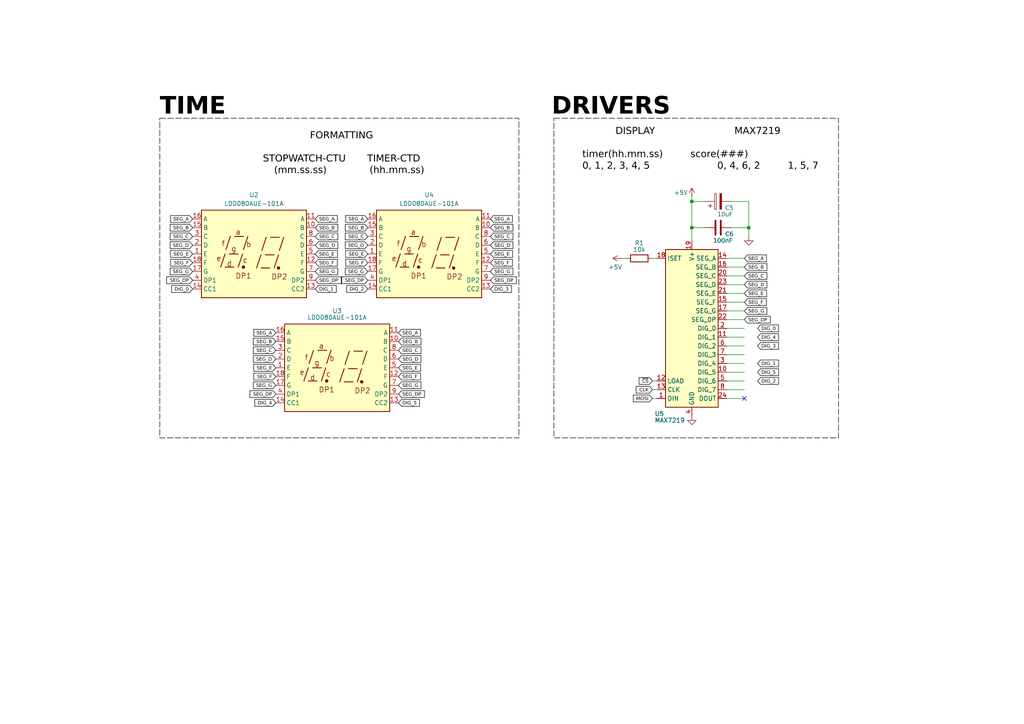
<source format=kicad_sch>
(kicad_sch (version 20231120) (generator "eeschema") (generator_version "8.0")
  (paper "A4")
  (title_block (title "SchrackStopwatch") (date "2024-08-14") (rev "v.1.0.0") (company "SPS NA PROSEKU") (comment 1 "SAVVA POPOV"))
  (lib_symbols
    (symbol "Device:C" (pin_numbers hide) (pin_names (offset 0.254))
      (property "Reference" "C" (at 0.635 2.54 0))
      (property "Value" "C" (at 0.635 -2.54 0))
      (symbol "C_0_1"
        (polyline (pts (xy -2.032 -0.762) (xy 2.032 -0.762)) (stroke (width 0.508)))
        (polyline (pts (xy -2.032 0.762) (xy 2.032 0.762)) (stroke (width 0.508)))
      )
      (symbol "C_1_1"
        (pin passive line (at 0 3.81 270) (length 2.794) (name "~") (number "1"))
        (pin passive line (at 0 -3.81 90) (length 2.794) (name "~") (number "2"))
      )
    )
    (symbol "Device:C_Polarized" (pin_numbers hide) (pin_names (offset 0.254))
      (property "Reference" "C" (at 0.635 2.54 0))
      (property "Value" "C_Polarized" (at 0.635 -2.54 0))
      (symbol "C_Polarized_0_1"
        (rectangle (start -2.286 0.508) (end 2.286 1.016))
        (polyline (pts (xy -1.778 2.286) (xy -0.762 2.286)))
        (polyline (pts (xy -1.27 2.794) (xy -1.27 1.778)))
        (rectangle (start 2.286 -0.508) (end -2.286 -1.016) (fill (type outline)))
      )
      (symbol "C_Polarized_1_1"
        (pin passive line (at 0 3.81 270) (length 2.794) (name "~") (number "1"))
        (pin passive line (at 0 -3.81 90) (length 2.794) (name "~") (number "2"))
      )
    )
    (symbol "Device:R" (pin_numbers hide) (pin_names (offset 0))
      (property "Reference" "R" (at 2.032 0 90))
      (property "Value" "R" (at 0 0 90))
      (symbol "R_0_1"
        (rectangle (start -1.016 -2.54) (end 1.016 2.54) (stroke (width 0.254)))
      )
      (symbol "R_1_1"
        (pin passive line (at 0 3.81 270) (length 1.27) (name "~") (number "1"))
        (pin passive line (at 0 -3.81 90) (length 1.27) (name "~") (number "2"))
      )
    )
    (symbol "Driver_LED:MAX7219"
      (property "Reference" "U" (at -6.35 24.13 0))
      (property "Value" "MAX7219" (at 1.27 25.4 0))
      (symbol "MAX7219_0_1"
        (rectangle (start -7.62 22.86) (end 7.62 -22.86) (stroke (width 0.254)) (fill (type background)))
      )
      (symbol "MAX7219_1_1"
        (pin input line (at -10.16 -20.32 0) (length 2.54) (name "DIN") (number "1"))
        (pin output line (at 10.16 -12.7 180) (length 2.54) (name "DIG_5") (number "10"))
        (pin output line (at 10.16 -2.54 180) (length 2.54) (name "DIG_1") (number "11"))
        (pin input line (at -10.16 -15.24 0) (length 2.54) (name "LOAD") (number "12"))
        (pin input line (at -10.16 -17.78 0) (length 2.54) (name "CLK") (number "13"))
        (pin output line (at 10.16 20.32 180) (length 2.54) (name "SEG_A") (number "14"))
        (pin output line (at 10.16 7.62 180) (length 2.54) (name "SEG_F") (number "15"))
        (pin output line (at 10.16 17.78 180) (length 2.54) (name "SEG_B") (number "16"))
        (pin output line (at 10.16 5.08 180) (length 2.54) (name "SEG_G") (number "17"))
        (pin input line (at -10.16 20.32 0) (length 2.54) (name "ISET") (number "18"))
        (pin power_in line (at 0 25.4 270) (length 2.54) (name "V+") (number "19"))
        (pin output line (at 10.16 0 180) (length 2.54) (name "DIG_0") (number "2"))
        (pin output line (at 10.16 15.24 180) (length 2.54) (name "SEG_C") (number "20"))
        (pin output line (at 10.16 10.16 180) (length 2.54) (name "SEG_E") (number "21"))
        (pin output line (at 10.16 2.54 180) (length 2.54) (name "SEG_DP") (number "22"))
        (pin output line (at 10.16 12.7 180) (length 2.54) (name "SEG_D") (number "23"))
        (pin output line (at 10.16 -20.32 180) (length 2.54) (name "DOUT") (number "24"))
        (pin output line (at 10.16 -10.16 180) (length 2.54) (name "DIG_4") (number "3"))
        (pin power_in line (at 0 -25.4 90) (length 2.54) (name "GND") (number "4"))
        (pin output line (at 10.16 -15.24 180) (length 2.54) (name "DIG_6") (number "5"))
        (pin output line (at 10.16 -5.08 180) (length 2.54) (name "DIG_2") (number "6"))
        (pin output line (at 10.16 -7.62 180) (length 2.54) (name "DIG_3") (number "7"))
        (pin output line (at 10.16 -17.78 180) (length 2.54) (name "DIG_7") (number "8"))
        (pin passive line (at 0 -25.4 90) (length 2.54) hide (name "GND") (number "9"))
      )
    )
    (symbol "GND_1" (power) (pin_numbers hide) (pin_names (offset 0) hide)
      (property "Value" "GND" (at 0 -3.81 0))
      (symbol "GND_1_0_1"
        (polyline (pts (xy 0 0) (xy 0 -1.27) (xy 1.27 -1.27) (xy 0 -2.54) (xy -1.27 -1.27) (xy 0 -1.27)))
      )
      (symbol "GND_1_1_1"
        (pin power_in line (at 0 0 270) (length 0) (name "~") (number "1"))
      )
    )
    (symbol "SchrackThingy_library:LDD080AUE-101A"
      (property "Reference" "U" (at -13.97 13.97 0))
      (property "Value" "LDD080AUE-101A" (at 1.27 13.716 0))
      (symbol "LDD080AUE-101A_0_0"
        (rectangle (start -15.24 12.7) (end 15.24 -12.7) (stroke (width 0.254)) (fill (type background)))
        (polyline (pts (xy -9.652 -3.81) (xy -8.382 0)) (stroke (width 0.254)))
        (polyline (pts (xy -8.382 -3.81) (xy -5.842 -3.81)) (stroke (width 0.254)))
        (polyline (pts (xy -8.128 1.27) (xy -6.858 5.08)) (stroke (width 0.254)))
        (polyline (pts (xy -7.112 0) (xy -4.572 0)) (stroke (width 0.254)))
        (polyline (pts (xy -5.588 5.08) (xy -3.048 5.08)) (stroke (width 0.254)))
        (polyline (pts (xy -4.572 -3.81) (xy -3.302 0)) (stroke (width 0.254)))
        (polyline (pts (xy -3.048 1.27) (xy -1.778 5.08)) (stroke (width 0.254)))
        (polyline (pts (xy 0.762 -4.064) (xy 2.032 -0.254)) (stroke (width 0.254)))
        (polyline (pts (xy 2.032 -4.064) (xy 4.572 -4.064)) (stroke (width 0.254)))
        (polyline (pts (xy 2.286 1.016) (xy 3.556 4.826)) (stroke (width 0.254)))
        (polyline (pts (xy 3.302 -0.254) (xy 5.842 -0.254)) (stroke (width 0.254)))
        (polyline (pts (xy 4.826 4.826) (xy 7.366 4.826)) (stroke (width 0.254)))
        (polyline (pts (xy 5.842 -4.064) (xy 7.112 -0.254)) (stroke (width 0.254)))
        (polyline (pts (xy 7.366 1.016) (xy 8.636 4.826)) (stroke (width 0.254)))
        (text "a" (at -4.572 6.35 0) (effects (font (size 1.524 1.524))))
        (text "b" (at -1.524 2.794 0) (effects (font (size 1.524 1.524))))
        (text "c" (at -2.54 -1.778 0) (effects (font (size 1.524 1.524))))
        (text "d" (at -7.112 -2.794 0) (effects (font (size 1.524 1.524))))
        (text "DP1" (at -3.048 -6.35 0) (effects (font (size 1.524 1.524))))
        (text "DP2" (at 7.366 -6.604 0) (effects (font (size 1.524 1.524))))
        (text "e" (at -10.16 -1.27 0) (effects (font (size 1.524 1.524))))
        (text "f" (at -8.89 3.048 0) (effects (font (size 1.524 1.524))))
        (text "g" (at -5.842 1.524 0) (effects (font (size 1.524 1.524))))
      )
      (symbol "LDD080AUE-101A_0_1"
        (circle (center -3.048 -3.81) (radius 0.3556) (stroke (width 0.254)) (fill (type outline)))
        (circle (center 7.112 -4.064) (radius 0.3556) (stroke (width 0.254)) (fill (type outline)))
      )
      (symbol "LDD080AUE-101A_1_1"
        (pin input line (at -17.78 0 0) (length 2.54) (name "E") (number "1"))
        (pin input line (at 17.78 7.62 180) (length 2.54) (name "B") (number "10"))
        (pin input line (at 17.78 10.16 180) (length 2.54) (name "A") (number "11"))
        (pin input line (at 17.78 -2.54 180) (length 2.54) (name "F") (number "12"))
        (pin input line (at 17.78 -10.16 180) (length 2.54) (name "CC2") (number "13"))
        (pin input line (at -17.78 -10.16 0) (length 2.54) (name "CC1") (number "14"))
        (pin input line (at -17.78 7.62 0) (length 2.54) (name "B") (number "15"))
        (pin input line (at -17.78 10.16 0) (length 2.54) (name "A") (number "16"))
        (pin input line (at -17.78 -5.08 0) (length 2.54) (name "G") (number "17"))
        (pin input line (at -17.78 -2.54 0) (length 2.54) (name "F") (number "18"))
        (pin input line (at -17.78 2.54 0) (length 2.54) (name "D") (number "2"))
        (pin input line (at -17.78 5.08 0) (length 2.54) (name "C") (number "3"))
        (pin input line (at -17.78 -7.62 0) (length 2.54) (name "DP1") (number "4"))
        (pin input line (at 17.78 0 180) (length 2.54) (name "E") (number "5"))
        (pin input line (at 17.78 2.54 180) (length 2.54) (name "D") (number "6"))
        (pin input line (at 17.78 -5.08 180) (length 2.54) (name "G") (number "7"))
        (pin input line (at 17.78 5.08 180) (length 2.54) (name "C") (number "8"))
        (pin input line (at 17.78 -7.62 180) (length 2.54) (name "DP2") (number "9"))
      )
    )
    (symbol "power:+5V" (power) (pin_numbers hide) (pin_names (offset 0) hide)
      (property "Value" "+5V" (at 0 3.556 0))
      (symbol "+5V_0_1"
        (polyline (pts (xy -0.762 1.27) (xy 0 2.54)))
        (polyline (pts (xy 0 0) (xy 0 2.54)))
        (polyline (pts (xy 0 2.54) (xy 0.762 1.27)))
      )
      (symbol "+5V_1_1"
        (pin power_in line (at 0 0 90) (length 0) (name "~") (number "1"))
      )
    )
    (symbol "power:GND" (power) (pin_names (offset 0))
      (property "Value" "GND" (at 0 -3.81 0))
      (symbol "GND_0_1"
        (polyline (pts (xy 0 0) (xy 0 -1.27) (xy 1.27 -1.27) (xy 0 -2.54) (xy -1.27 -1.27) (xy 0 -1.27)))
      )
      (symbol "GND_1_1"
        (pin power_in line (at 0 0 270) (length 0) hide (name "GND") (number "1"))
      )
    )
  )
  (junction (at 217.17 66.04))
  (junction (at 200.66 58.42))
  (junction (at 200.66 66.04))
  (no_connect (at 215.9 115.57))
  (wire (pts (xy 189.23 110.49) (xy 190.5 110.49)))
  (wire (pts (xy 212.09 66.04) (xy 217.17 66.04)))
  (wire (pts (xy 210.82 113.03) (xy 215.9 113.03)))
  (wire (pts (xy 189.23 115.57) (xy 190.5 115.57)))
  (wire (pts (xy 200.66 66.04) (xy 200.66 69.85)))
  (wire (pts (xy 215.9 97.79) (xy 210.82 97.79)))
  (wire (pts (xy 215.9 95.25) (xy 210.82 95.25)))
  (wire (pts (xy 215.9 105.41) (xy 210.82 105.41)))
  (wire (pts (xy 200.66 57.15) (xy 200.66 58.42)))
  (wire (pts (xy 204.47 66.04) (xy 200.66 66.04)))
  (wire (pts (xy 215.9 74.93) (xy 210.82 74.93)))
  (wire (pts (xy 215.9 110.49) (xy 210.82 110.49)))
  (wire (pts (xy 200.66 58.42) (xy 204.47 58.42)))
  (wire (pts (xy 200.66 58.42) (xy 200.66 66.04)))
  (wire (pts (xy 189.23 74.93) (xy 190.5 74.93)))
  (wire (pts (xy 215.9 82.55) (xy 210.82 82.55)))
  (wire (pts (xy 210.82 115.57) (xy 215.9 115.57)))
  (wire (pts (xy 215.9 80.01) (xy 210.82 80.01)))
  (wire (pts (xy 215.9 107.95) (xy 210.82 107.95)))
  (wire (pts (xy 180.34 74.93) (xy 181.61 74.93)))
  (wire (pts (xy 210.82 92.71) (xy 215.9 92.71)))
  (wire (pts (xy 215.9 90.17) (xy 210.82 90.17)))
  (wire (pts (xy 215.9 100.33) (xy 210.82 100.33)))
  (wire (pts (xy 215.9 77.47) (xy 210.82 77.47)))
  (wire (pts (xy 217.17 66.04) (xy 217.17 68.58)))
  (wire (pts (xy 217.17 58.42) (xy 217.17 66.04)))
  (wire (pts (xy 215.9 102.87) (xy 210.82 102.87)))
  (wire (pts (xy 215.9 85.09) (xy 210.82 85.09)))
  (wire (pts (xy 212.09 58.42) (xy 217.17 58.42)))
  (wire (pts (xy 215.9 87.63) (xy 210.82 87.63)))
  (wire (pts (xy 189.23 113.03) (xy 190.5 113.03)))
  (rectangle (start 160.655 34.29) (end 243.205 127) (stroke (width 0) (type dash) (color 0 0 0 1)))
  (rectangle (start 46.355 34.29) (end 150.495 127) (stroke (width 0) (type dash) (color 0 0 0 1)))
  (text "		DISPLAY            			 MAX7219\n\ntimer(hh.mm.ss)         score(###)\n0, 1, 2, 3, 4, 5                      0, 4, 6, 2         1, 5, 7" (at 168.91 43.815 0) (effects (font (size 2 2)) (justify left)))
  (text "DRIVERS" (at 160.02 32.385 0) (effects (font (size 5 5) (thickness 1.2) (bold yes)) (justify left)))
  (text "TIME" (at 46.355 32.385 0) (effects (font (size 5 5) (thickness 1.2) (bold yes)) (justify left)))
  (text "FORMATTING\n\nSTOPWATCH-CTU       TIMER-CTD\n     (mm.ss.ss)              (hh.mm.ss)" (at 99.06 45.085 0) (effects (font (size 2 2))))
  (global_label "SEG_E" (shape input) (at 55.88 73.66 180) (effects (font (size 1 1))) (property "Intersheetrefs" "${INTERSHEET_REFS}" (effects (hide yes))))
  (global_label "SEG_B" (shape input) (at 142.24 66.04 0) (effects (font (size 1 1))) (property "Intersheetrefs" "${INTERSHEET_REFS}" (effects (hide yes))))
  (global_label "SEG_D" (shape input) (at 55.88 71.12 180) (effects (font (size 1 1))) (property "Intersheetrefs" "${INTERSHEET_REFS}" (effects (hide yes))))
  (global_label "SEG_E" (shape input) (at 215.9 85.09 0) (effects (font (size 1 1))) (property "Intersheetrefs" "${INTERSHEET_REFS}" (effects (hide yes))))
  (global_label "SEG_C" (shape input) (at 80.01 101.6 180) (effects (font (size 1 1))) (property "Intersheetrefs" "${INTERSHEET_REFS}" (effects (hide yes))))
  (global_label "SEG_D" (shape input) (at 115.57 104.14 0) (effects (font (size 1 1))) (property "Intersheetrefs" "${INTERSHEET_REFS}" (effects (hide yes))))
  (global_label "SEG_B" (shape input) (at 115.57 99.06 0) (effects (font (size 1 1))) (property "Intersheetrefs" "${INTERSHEET_REFS}" (effects (hide yes))))
  (global_label "SEG_E" (shape input) (at 80.01 106.68 180) (effects (font (size 1 1))) (property "Intersheetrefs" "${INTERSHEET_REFS}" (effects (hide yes))))
  (global_label "SEG_C" (shape input) (at 215.9 80.01 0) (effects (font (size 1 1))) (property "Intersheetrefs" "${INTERSHEET_REFS}" (effects (hide yes))))
  (global_label "SEG_E" (shape input) (at 91.44 73.66 0) (effects (font (size 1 1))) (property "Intersheetrefs" "${INTERSHEET_REFS}" (effects (hide yes))))
  (global_label "SEG_G" (shape input) (at 91.44 78.74 0) (effects (font (size 1 1))) (property "Intersheetrefs" "${INTERSHEET_REFS}" (effects (hide yes))))
  (global_label "SEG_G" (shape input) (at 80.01 111.76 180) (effects (font (size 1 1))) (property "Intersheetrefs" "${INTERSHEET_REFS}" (effects (hide yes))))
  (global_label "MOSI" (shape input) (at 189.23 115.57 180) (effects (font (size 1 1))) (property "Intersheetrefs" "${INTERSHEET_REFS}" (effects (hide yes))))
  (global_label "DIG_4" (shape input) (at 219.71 97.79 0) (effects (font (size 1 1))) (property "Intersheetrefs" "${INTERSHEET_REFS}" (effects (hide yes))))
  (global_label "SEG_G" (shape input) (at 106.68 78.74 180) (effects (font (size 1 1))) (property "Intersheetrefs" "${INTERSHEET_REFS}" (effects (hide yes))))
  (global_label "SEG_C" (shape input) (at 115.57 101.6 0) (effects (font (size 1 1))) (property "Intersheetrefs" "${INTERSHEET_REFS}" (effects (hide yes))))
  (global_label "SEG_F" (shape input) (at 142.24 76.2 0) (effects (font (size 1 1))) (property "Intersheetrefs" "${INTERSHEET_REFS}" (effects (hide yes))))
  (global_label "SEG_DP" (shape input) (at 80.01 114.3 180) (effects (font (size 1 1))) (property "Intersheetrefs" "${INTERSHEET_REFS}" (effects (hide yes))))
  (global_label "SEG_DP" (shape input) (at 215.9 92.71 0) (effects (font (size 1 1))) (property "Intersheetrefs" "${INTERSHEET_REFS}" (effects (hide yes))))
  (global_label "SEG_A" (shape input) (at 106.68 63.5 180) (effects (font (size 1 1))) (property "Intersheetrefs" "${INTERSHEET_REFS}" (effects (hide yes))))
  (global_label "SEG_E" (shape input) (at 142.24 73.66 0) (effects (font (size 1 1))) (property "Intersheetrefs" "${INTERSHEET_REFS}" (effects (hide yes))))
  (global_label "~{CS}" (shape input) (at 189.23 110.49 180) (effects (font (size 1 1))) (property "Intersheetrefs" "${INTERSHEET_REFS}" (effects (hide yes))))
  (global_label "SEG_C" (shape input) (at 106.68 68.58 180) (effects (font (size 1 1))) (property "Intersheetrefs" "${INTERSHEET_REFS}" (effects (hide yes))))
  (global_label "SEG_B" (shape input) (at 91.44 66.04 0) (effects (font (size 1 1))) (property "Intersheetrefs" "${INTERSHEET_REFS}" (effects (hide yes))))
  (global_label "SEG_DP" (shape input) (at 106.68 81.28 180) (effects (font (size 1 1))) (property "Intersheetrefs" "${INTERSHEET_REFS}" (effects (hide yes))))
  (global_label "SEG_C" (shape input) (at 142.24 68.58 0) (effects (font (size 1 1))) (property "Intersheetrefs" "${INTERSHEET_REFS}" (effects (hide yes))))
  (global_label "SEG_DP" (shape input) (at 55.88 81.28 180) (effects (font (size 1 1))) (property "Intersheetrefs" "${INTERSHEET_REFS}" (effects (hide yes))))
  (global_label "SEG_G" (shape input) (at 215.9 90.17 0) (effects (font (size 1 1))) (property "Intersheetrefs" "${INTERSHEET_REFS}" (effects (hide yes))))
  (global_label "DIG_1" (shape input) (at 91.44 83.82 0) (effects (font (size 1 1))) (property "Intersheetrefs" "${INTERSHEET_REFS}" (effects (hide yes))))
  (global_label "CLK" (shape input) (at 189.23 113.03 180) (effects (font (size 1 1))) (property "Intersheetrefs" "${INTERSHEET_REFS}" (effects (hide yes))))
  (global_label "DIG_2" (shape input) (at 219.71 110.49 0) (effects (font (size 1 1))) (property "Intersheetrefs" "${INTERSHEET_REFS}" (effects (hide yes))))
  (global_label "SEG_C" (shape input) (at 91.44 68.58 0) (effects (font (size 1 1))) (property "Intersheetrefs" "${INTERSHEET_REFS}" (effects (hide yes))))
  (global_label "DIG_3" (shape input) (at 142.24 83.82 0) (effects (font (size 1 1))) (property "Intersheetrefs" "${INTERSHEET_REFS}" (effects (hide yes))))
  (global_label "DIG_0" (shape input) (at 55.88 83.82 180) (effects (font (size 1 1))) (property "Intersheetrefs" "${INTERSHEET_REFS}" (effects (hide yes))))
  (global_label "SEG_E" (shape input) (at 106.68 73.66 180) (effects (font (size 1 1))) (property "Intersheetrefs" "${INTERSHEET_REFS}" (effects (hide yes))))
  (global_label "SEG_B" (shape input) (at 215.9 77.47 0) (effects (font (size 1 1))) (property "Intersheetrefs" "${INTERSHEET_REFS}" (effects (hide yes))))
  (global_label "SEG_B" (shape input) (at 106.68 66.04 180) (effects (font (size 1 1))) (property "Intersheetrefs" "${INTERSHEET_REFS}" (effects (hide yes))))
  (global_label "SEG_A" (shape input) (at 215.9 74.93 0) (effects (font (size 1 1))) (property "Intersheetrefs" "${INTERSHEET_REFS}" (effects (hide yes))))
  (global_label "DIG_5" (shape input) (at 219.71 107.95 0) (effects (font (size 1 1))) (property "Intersheetrefs" "${INTERSHEET_REFS}" (effects (hide yes))))
  (global_label "SEG_F" (shape input) (at 215.9 87.63 0) (effects (font (size 1 1))) (property "Intersheetrefs" "${INTERSHEET_REFS}" (effects (hide yes))))
  (global_label "DIG_1" (shape input) (at 219.71 105.41 0) (effects (font (size 1 1))) (property "Intersheetrefs" "${INTERSHEET_REFS}" (effects (hide yes))))
  (global_label "SEG_A" (shape input) (at 80.01 96.52 180) (effects (font (size 1 1))) (property "Intersheetrefs" "${INTERSHEET_REFS}" (effects (hide yes))))
  (global_label "SEG_D" (shape input) (at 142.24 71.12 0) (effects (font (size 1 1))) (property "Intersheetrefs" "${INTERSHEET_REFS}" (effects (hide yes))))
  (global_label "DIG_5" (shape input) (at 115.57 116.84 0) (effects (font (size 1 1))) (property "Intersheetrefs" "${INTERSHEET_REFS}" (effects (hide yes))))
  (global_label "SEG_D" (shape input) (at 80.01 104.14 180) (effects (font (size 1 1))) (property "Intersheetrefs" "${INTERSHEET_REFS}" (effects (hide yes))))
  (global_label "SEG_B" (shape input) (at 55.88 66.04 180) (effects (font (size 1 1))) (property "Intersheetrefs" "${INTERSHEET_REFS}" (effects (hide yes))))
  (global_label "SEG_A" (shape input) (at 91.44 63.5 0) (effects (font (size 1 1))) (property "Intersheetrefs" "${INTERSHEET_REFS}" (effects (hide yes))))
  (global_label "SEG_F" (shape input) (at 80.01 109.22 180) (effects (font (size 1 1))) (property "Intersheetrefs" "${INTERSHEET_REFS}" (effects (hide yes))))
  (global_label "SEG_F" (shape input) (at 106.68 76.2 180) (effects (font (size 1 1))) (property "Intersheetrefs" "${INTERSHEET_REFS}" (effects (hide yes))))
  (global_label "SEG_F" (shape input) (at 91.44 76.2 0) (effects (font (size 1 1))) (property "Intersheetrefs" "${INTERSHEET_REFS}" (effects (hide yes))))
  (global_label "SEG_B" (shape input) (at 80.01 99.06 180) (effects (font (size 1 1))) (property "Intersheetrefs" "${INTERSHEET_REFS}" (effects (hide yes))))
  (global_label "SEG_F" (shape input) (at 55.88 76.2 180) (effects (font (size 1 1))) (property "Intersheetrefs" "${INTERSHEET_REFS}" (effects (hide yes))))
  (global_label "SEG_G" (shape input) (at 55.88 78.74 180) (effects (font (size 1 1))) (property "Intersheetrefs" "${INTERSHEET_REFS}" (effects (hide yes))))
  (global_label "SEG_F" (shape input) (at 115.57 109.22 0) (effects (font (size 1 1))) (property "Intersheetrefs" "${INTERSHEET_REFS}" (effects (hide yes))))
  (global_label "SEG_G" (shape input) (at 142.24 78.74 0) (effects (font (size 1 1))) (property "Intersheetrefs" "${INTERSHEET_REFS}" (effects (hide yes))))
  (global_label "SEG_DP" (shape input) (at 142.24 81.28 0) (effects (font (size 1 1))) (property "Intersheetrefs" "${INTERSHEET_REFS}" (effects (hide yes))))
  (global_label "DIG_0" (shape input) (at 219.71 95.25 0) (effects (font (size 1 1))) (property "Intersheetrefs" "${INTERSHEET_REFS}" (effects (hide yes))))
  (global_label "SEG_A" (shape input) (at 142.24 63.5 0) (effects (font (size 1 1))) (property "Intersheetrefs" "${INTERSHEET_REFS}" (effects (hide yes))))
  (global_label "SEG_D" (shape input) (at 215.9 82.55 0) (effects (font (size 1 1))) (property "Intersheetrefs" "${INTERSHEET_REFS}" (effects (hide yes))))
  (global_label "SEG_C" (shape input) (at 55.88 68.58 180) (effects (font (size 1 1))) (property "Intersheetrefs" "${INTERSHEET_REFS}" (effects (hide yes))))
  (global_label "SEG_A" (shape input) (at 115.57 96.52 0) (effects (font (size 1 1))) (property "Intersheetrefs" "${INTERSHEET_REFS}" (effects (hide yes))))
  (global_label "SEG_E" (shape input) (at 115.57 106.68 0) (effects (font (size 1 1))) (property "Intersheetrefs" "${INTERSHEET_REFS}" (effects (hide yes))))
  (global_label "DIG_3" (shape input) (at 219.71 100.33 0) (effects (font (size 1 1))) (property "Intersheetrefs" "${INTERSHEET_REFS}" (effects (hide yes))))
  (global_label "DIG_2" (shape input) (at 106.68 83.82 180) (effects (font (size 1 1))) (property "Intersheetrefs" "${INTERSHEET_REFS}" (effects (hide yes))))
  (global_label "SEG_DP" (shape input) (at 91.44 81.28 0) (effects (font (size 1 1))) (property "Intersheetrefs" "${INTERSHEET_REFS}" (effects (hide yes))))
  (global_label "SEG_G" (shape input) (at 115.57 111.76 0) (effects (font (size 1 1))) (property "Intersheetrefs" "${INTERSHEET_REFS}" (effects (hide yes))))
  (global_label "SEG_D" (shape input) (at 91.44 71.12 0) (effects (font (size 1 1))) (property "Intersheetrefs" "${INTERSHEET_REFS}" (effects (hide yes))))
  (global_label "SEG_D" (shape input) (at 106.68 71.12 180) (effects (font (size 1 1))) (property "Intersheetrefs" "${INTERSHEET_REFS}" (effects (hide yes))))
  (global_label "SEG_DP" (shape input) (at 115.57 114.3 0) (effects (font (size 1 1))) (property "Intersheetrefs" "${INTERSHEET_REFS}" (effects (hide yes))))
  (global_label "SEG_A" (shape input) (at 55.88 63.5 180) (effects (font (size 1 1))) (property "Intersheetrefs" "${INTERSHEET_REFS}" (effects (hide yes))))
  (global_label "DIG_4" (shape input) (at 80.01 116.84 180) (effects (font (size 1 1))) (property "Intersheetrefs" "${INTERSHEET_REFS}" (effects (hide yes))))
  (symbol (lib_name "GND_1") (lib_id "power:GND") (at 217.17 68.58 0) (unit 1)
    (property "Reference" "#PWR09" (effects (hide yes)))
    (property "Value" "GND" (effects (hide yes)))
    (property "Description" "Power symbol creates a global label with name \"GND\" , ground" (effects (hide yes)))
  )
  (symbol (lib_id "Device:C_Polarized") (at 208.28 58.42 90) (unit 1)
    (property "Reference" "C5" (at 212.725 60.325 90) (effects (justify left)))
    (property "Value" "10uF" (at 212.725 62.23 90) (effects (justify left)))
    (property "Footprint" "Capacitor_Tantalum_SMD:CP_EIA-3216-18_Kemet-A_Pad1.58x1.35mm_HandSolder" (effects (hide yes)))
  )
  (symbol (lib_id "Device:C") (at 208.28 66.04 90) (mirror x) (unit 1)
    (property "Reference" "C6" (at 212.725 67.945 90) (effects (justify left)))
    (property "Value" "100nF" (at 212.725 69.85 90) (effects (justify left)))
    (property "Footprint" "Capacitor_SMD:C_0805_2012Metric_Pad1.18x1.45mm_HandSolder" (effects (hide yes)))
  )
  (symbol (lib_id "power:+5V") (at 200.66 57.15 0) (unit 1)
    (property "Reference" "#PWR07" (effects (hide yes)))
    (property "Value" "+5V" (at 197.485 55.88 0))
    (property "Description" "Power symbol creates a global label with name \"+5V\"" (effects (hide yes)))
  )
  (symbol (lib_id "Device:R") (at 185.42 74.93 90) (unit 1)
    (property "Reference" "R1" (at 185.42 70.485 90))
    (property "Value" "10k" (at 185.42 72.39 90))
    (property "Footprint" "Resistor_SMD:R_0805_2012Metric_Pad1.20x1.40mm_HandSolder" (effects (hide yes)))
    (property "Description" "Resistor" (effects (hide yes)))
  )
  (symbol (lib_id "SchrackThingy_library:LDD080AUE-101A") (at 97.79 106.68 0) (unit 1)
    (property "Reference" "U3" (at 97.79 90.17 0))
    (property "Value" "LDD080AUE-101A" (at 97.79 92.075 0))
    (property "Footprint" "Schrack_brd:WENRUN_LDD080x_7segment_2dig" (effects (hide yes)))
    (property "Description" "2 digit 7 segment red LED, common cathode symbol custom made by bismarx" (effects (hide yes)))
    (property "Product" "https://www.tme.eu/cz/en/details/ldd080aue-101a/7-segment-led-displays/wenrun/ldd080aue-101a-01/" (effects (hide yes)))
    (property "Made by" "bismarx" (effects (hide yes)))
  )
  (symbol (lib_id "Driver_LED:MAX7219") (at 200.66 95.25 0) (unit 1)
    (property "Reference" "U5" (at 189.865 120.015 0) (effects (justify left)))
    (property "Value" "MAX7219" (at 189.865 121.92 0) (effects (justify left)))
    (property "Footprint" "Package_SO:SOP-24_7.5x15.4mm_P1.27mm" (effects (hide yes)))
    (property "Datasheet" "https://datasheets.maximintegrated.com/en/ds/MAX7219-MAX7221.pdf" (effects (hide yes)))
    (property "Description" "8-Digit LED Display Driver" (effects (hide yes)))
  )
  (symbol (lib_id "power:+5V") (at 180.34 74.93 90) (unit 1)
    (property "Reference" "#PWR06" (effects (hide yes)))
    (property "Value" "+5V" (at 178.435 77.47 90))
    (property "Description" "Power symbol creates a global label with name \"+5V\"" (effects (hide yes)))
  )
  (symbol (lib_id "SchrackThingy_library:LDD080AUE-101A") (at 124.46 73.66 0) (unit 1)
    (property "Reference" "U4" (at 124.46 56.515 0))
    (property "Value" "LDD080AUE-101A" (at 124.46 59.055 0))
    (property "Footprint" "Schrack_brd:WENRUN_LDD080x_7segment_2dig" (effects (hide yes)))
    (property "Description" "2 digit 7 segment red LED, common cathode symbol custom made by bismarx" (effects (hide yes)))
    (property "Product" "https://www.tme.eu/cz/en/details/ldd080aue-101a/7-segment-led-displays/wenrun/ldd080aue-101a-01/" (effects (hide yes)))
    (property "Made by" "bismarx" (effects (hide yes)))
  )
  (symbol (lib_id "power:GND") (at 200.66 120.65 0) (unit 1)
    (property "Reference" "#PWR08" (effects (hide yes)))
    (property "Value" "GND" (effects (hide yes)))
  )
  (symbol (lib_id "SchrackThingy_library:LDD080AUE-101A") (at 73.66 73.66 0) (unit 1)
    (property "Reference" "U2" (at 73.66 56.515 0))
    (property "Value" "LDD080AUE-101A" (at 73.66 59.055 0))
    (property "Footprint" "Schrack_brd:WENRUN_LDD080x_7segment_2dig" (effects (hide yes)))
    (property "Description" "2 digit 7 segment red LED, common cathode symbol custom made by bismarx" (effects (hide yes)))
    (property "Product" "https://www.tme.eu/cz/en/details/ldd080aue-101a/7-segment-led-displays/wenrun/ldd080aue-101a-01/" (effects (hide yes)))
    (property "Made by" "bismarx" (effects (hide yes)))
  )
)
</source>
